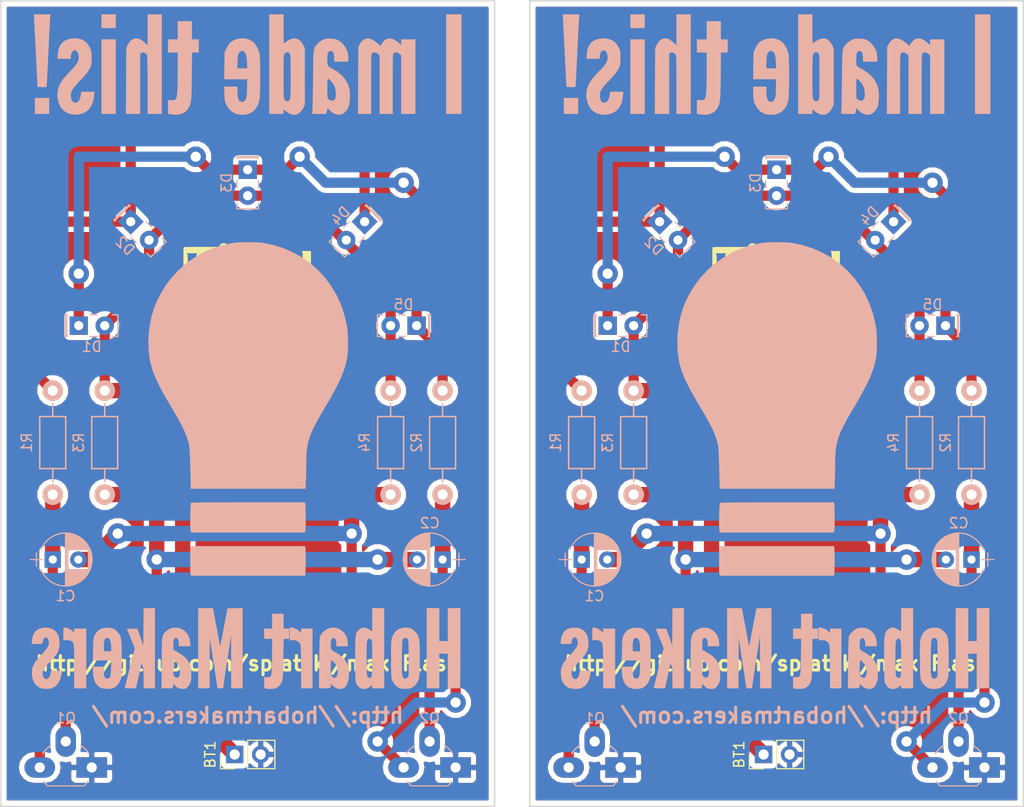
<source format=kicad_pcb>
(kicad_pcb (version 4) (host pcbnew 4.0.4-stable)
  (layers (0 F.Cu signal) (31 B.Cu signal) (34 B.Paste user) (35 F.Paste user) (36 B.SilkS user) (37 F.SilkS user) (38 B.Mask user) (39 F.Mask user) (44 Edge.Cuts user))
  (net 0 "")
  (net 1 "Net-(D1-Pad1)")
  (net 2 +9V)
  (net 3 "Net-(D2-Pad1)")
  (net 4 "Net-(C2-Pad2)")
  (net 5 GND)
  (net 6 "Net-(C1-Pad1)")
  (net 7 "Net-(C1-Pad2)")
  (net 8 "Net-(C2-Pad1)")
  (module LEDs:LED_Rectangular_W5.0mm_H2.0mm (layer B.Cu) (at 125.35202 120.64584 315)
    (fp_text reference D2 (at 1.270001 2.06 315) (layer B.SilkS) (effects (justify mirror)))
    (fp_text value LED)
    (pad 1 thru_hole rect (at 0 0 315) (size 1.8 1.8) (drill 0.9) (layers *.Cu *.Mask) (net 3 "Net-(D2-Pad1)"))
    (pad 2 thru_hole circle (at 2.54 0 315) (size 1.8 1.8) (drill 0.9) (layers *.Cu *.Mask) (net 2 +9V))
  )
  (module LEDs:LED_Rectangular_W5.0mm_H2.0mm (layer B.Cu) (at 148.21202 120.64584 225)
    (fp_text reference D4 (at 1.270001 2.06 225) (layer B.SilkS) (effects (justify mirror)))
    (fp_text value LED)
    (pad 1 thru_hole rect (at 0 0 225) (size 1.8 1.8) (drill 0.9) (layers *.Cu *.Mask) (net 3 "Net-(D2-Pad1)"))
    (pad 2 thru_hole circle (at 2.54 0 225) (size 1.8 1.8) (drill 0.9) (layers *.Cu *.Mask) (net 2 +9V))
  )
  (module LEDs:LED_Rectangular_W5.0mm_H2.0mm (layer B.Cu) (at 120.27202 130.80584)
    (fp_text reference D1 (at 1.27 2.06) (layer B.SilkS) (effects (justify mirror)))
    (fp_text value LED)
    (pad 1 thru_hole rect (at 0 0) (size 1.8 1.8) (drill 0.9) (layers *.Cu *.Mask) (net 1 "Net-(D1-Pad1)"))
    (pad 2 thru_hole circle (at 2.54 0) (size 1.8 1.8) (drill 0.9) (layers *.Cu *.Mask) (net 2 +9V))
  )
  (module LEDs:LED_Rectangular_W5.0mm_H2.0mm (layer B.Cu) (at 136.78202 115.56584 270)
    (fp_text reference D3 (at 1.27 2.06 270) (layer B.SilkS) (effects (justify mirror)))
    (fp_text value LED)
    (pad 1 thru_hole rect (at 0 0 270) (size 1.8 1.8) (drill 0.9) (layers *.Cu *.Mask) (net 1 "Net-(D1-Pad1)"))
    (pad 2 thru_hole circle (at 2.54 0 270) (size 1.8 1.8) (drill 0.9) (layers *.Cu *.Mask) (net 2 +9V))
  )
  (module LEDs:LED_Rectangular_W5.0mm_H2.0mm (layer B.Cu) (at 153.29202 130.80584 180)
    (fp_text reference D5 (at 1.27 2.06 180) (layer B.SilkS) (effects (justify mirror)))
    (fp_text value LED)
    (pad 1 thru_hole rect (at 0 0 180) (size 1.8 1.8) (drill 0.9) (layers *.Cu *.Mask) (net 1 "Net-(D1-Pad1)"))
    (pad 2 thru_hole circle (at 2.54 0 180) (size 1.8 1.8) (drill 0.9) (layers *.Cu *.Mask) (net 2 +9V))
  )
  (module TO_SOT_Packages_THT:TO-92_Rugged (layer B.Cu) (at 121.54202 173.98584 180)
    (fp_text reference Q1 (at 2.54 4.826 180) (layer B.SilkS) (effects (justify mirror)))
    (fp_text value 2N3904)
    (pad 2 thru_hole oval (at 2.54 2.54 90) (size 3 2) (drill 1) (layers *.Cu *.Mask) (net 4 "Net-(C2-Pad2)"))
    (pad 1 thru_hole rect (at 0 0 90) (size 2 3) (drill 1) (layers *.Cu *.Mask) (net 5 GND))
    (pad 3 thru_hole oval (at 5.08 0 90) (size 2 3) (drill 1) (layers *.Cu *.Mask) (net 6 "Net-(C1-Pad1)"))
  )
  (module TO_SOT_Packages_THT:TO-92_Rugged (layer B.Cu) (at 157.10202 173.98584 180)
    (fp_text reference Q2 (at 2.54 4.826 180) (layer B.SilkS) (effects (justify mirror)))
    (fp_text value 2N3904)
    (pad 2 thru_hole oval (at 2.54 2.54 90) (size 3 2) (drill 1) (layers *.Cu *.Mask) (net 7 "Net-(C1-Pad2)"))
    (pad 1 thru_hole rect (at 0 0 90) (size 2 3) (drill 1) (layers *.Cu *.Mask) (net 5 GND))
    (pad 3 thru_hole oval (at 5.08 0 90) (size 2 3) (drill 1) (layers *.Cu *.Mask) (net 8 "Net-(C2-Pad1)"))
  )
  (module Resistors_THT:Resistor_Horizontal_RM10mm (layer B.Cu) (at 117.73202 137.15584 270)
    (fp_text reference R1 (at 5.08 2.54 270) (layer B.SilkS) (effects (justify mirror)))
    (fp_text value 470)
    (pad 1 thru_hole circle (at 0 0 270) (size 1.99898 1.99898) (drill 1.00076) (layers *.Cu *.SilkS *.Mask) (net 3 "Net-(D2-Pad1)"))
    (pad 2 thru_hole circle (at 10.16 0 270) (size 1.99898 1.99898) (drill 1.00076) (layers *.Cu *.SilkS *.Mask) (net 6 "Net-(C1-Pad1)"))
  )
  (module Resistors_THT:Resistor_Horizontal_RM10mm (layer B.Cu) (at 155.83202 137.15584 270)
    (fp_text reference R2 (at 5.08 2.54 270) (layer B.SilkS) (effects (justify mirror)))
    (fp_text value 470)
    (pad 1 thru_hole circle (at 0 0 270) (size 1.99898 1.99898) (drill 1.00076) (layers *.Cu *.SilkS *.Mask) (net 1 "Net-(D1-Pad1)"))
    (pad 2 thru_hole circle (at 10.16 0 270) (size 1.99898 1.99898) (drill 1.00076) (layers *.Cu *.SilkS *.Mask) (net 8 "Net-(C2-Pad1)"))
  )
  (module Resistors_THT:Resistor_Horizontal_RM10mm (layer B.Cu) (at 122.81202 137.15584 270)
    (fp_text reference R3 (at 5.08 2.54 270) (layer B.SilkS) (effects (justify mirror)))
    (fp_text value 100k)
    (pad 1 thru_hole circle (at 0 0 270) (size 1.99898 1.99898) (drill 1.00076) (layers *.Cu *.SilkS *.Mask) (net 2 +9V))
    (pad 2 thru_hole circle (at 10.16 0 270) (size 1.99898 1.99898) (drill 1.00076) (layers *.Cu *.SilkS *.Mask) (net 4 "Net-(C2-Pad2)"))
  )
  (module Resistors_THT:Resistor_Horizontal_RM10mm (layer B.Cu) (at 150.75202 137.15584 270)
    (fp_text reference R4 (at 5.08 2.54 270) (layer B.SilkS) (effects (justify mirror)))
    (fp_text value 100k)
    (pad 1 thru_hole circle (at 0 0 270) (size 1.99898 1.99898) (drill 1.00076) (layers *.Cu *.SilkS *.Mask) (net 2 +9V))
    (pad 2 thru_hole circle (at 10.16 0 270) (size 1.99898 1.99898) (drill 1.00076) (layers *.Cu *.SilkS *.Mask) (net 7 "Net-(C1-Pad2)"))
  )
  (module Capacitors_ThroughHole:CP_Radial_D5.0mm_P2.50mm (layer B.Cu) (at 117.73202 153.66584)
    (fp_text reference C1 (at 1.25 3.56) (layer B.SilkS) (effects (justify mirror)))
    (fp_text value 10uF)
    (pad 1 thru_hole rect (at 0 0) (size 1.6 1.6) (drill 0.8) (layers *.Cu *.Mask) (net 6 "Net-(C1-Pad1)"))
    (pad 2 thru_hole circle (at 2.5 0) (size 1.6 1.6) (drill 0.8) (layers *.Cu *.Mask) (net 7 "Net-(C1-Pad2)"))
  )
  (module Capacitors_ThroughHole:CP_Radial_D5.0mm_P2.50mm (layer B.Cu) (at 155.83202 153.66584 180)
    (fp_text reference C2 (at 1.25 3.56 180) (layer B.SilkS) (effects (justify mirror)))
    (fp_text value 10uF)
    (pad 1 thru_hole rect (at 0 0 180) (size 1.6 1.6) (drill 0.8) (layers *.Cu *.Mask) (net 8 "Net-(C2-Pad1)"))
    (pad 2 thru_hole circle (at 2.5 0 180) (size 1.6 1.6) (drill 0.8) (layers *.Cu *.Mask) (net 4 "Net-(C2-Pad2)"))
  )
  (module HobartMakers:hm-logo-no-rectanges (layer B.Cu) (at 136.78202 133.34584 180)
    (fp_text reference G*** hide)
    (fp_text value LOGO hide)
  )
  (module Pin_Headers:Pin_Header_Straight_1x02_Pitch2.54mm (layer F.Cu) (at 135.51202 172.71584 90)
    (fp_text reference BT1 (at 0 -2.39 90) (layer F.SilkS))
    (fp_text value "9V Battery")
    (pad 1 thru_hole rect (at 0 0 90) (size 1.7 1.7) (drill 1) (layers *.Cu *.Mask) (net 2 +9V))
    (pad 2 thru_hole oval (at 0 2.54 90) (size 1.7 1.7) (drill 1) (layers *.Cu *.Mask) (net 5 GND))
  )
  (module Symbols:KiCad-Logo2_6mm_SilkScreen (layer F.Cu) (at 136.78202 125.72584)
    (fp_text reference KiCadLogo hide)
    (fp_text value KiCad-Logo2_6mm_SilkScreen hide)
  )
  (module Symbols:OSHW-Logo2_9.8x8mm_SilkScreen (layer F.Cu) (at 136.78202 139.69584)
    (fp_text reference REF*** hide)
    (fp_text value OSHW-Logo2_9.8x8mm_SilkScreen hide)
  )
  (module LEDs:LED_Rectangular_W5.0mm_H2.0mm (layer B.Cu) (at 73.66136 120.64402 315)
    (fp_text reference D2 (at 1.270001 2.06 315) (layer B.SilkS) (effects (justify mirror)))
    (fp_text value LED)
    (pad 1 thru_hole rect (at 0 0 315) (size 1.8 1.8) (drill 0.9) (layers *.Cu *.Mask) (net 3 "Net-(D2-Pad1)"))
    (pad 2 thru_hole circle (at 2.54 0 315) (size 1.8 1.8) (drill 0.9) (layers *.Cu *.Mask) (net 2 +9V))
  )
  (module LEDs:LED_Rectangular_W5.0mm_H2.0mm (layer B.Cu) (at 96.52136 120.64402 225)
    (fp_text reference D4 (at 1.270001 2.06 225) (layer B.SilkS) (effects (justify mirror)))
    (fp_text value LED)
    (pad 1 thru_hole rect (at 0 0 225) (size 1.8 1.8) (drill 0.9) (layers *.Cu *.Mask) (net 3 "Net-(D2-Pad1)"))
    (pad 2 thru_hole circle (at 2.54 0 225) (size 1.8 1.8) (drill 0.9) (layers *.Cu *.Mask) (net 2 +9V))
  )
  (module LEDs:LED_Rectangular_W5.0mm_H2.0mm (layer B.Cu) (at 68.58136 130.80402)
    (fp_text reference D1 (at 1.27 2.06) (layer B.SilkS) (effects (justify mirror)))
    (fp_text value LED)
    (pad 1 thru_hole rect (at 0 0) (size 1.8 1.8) (drill 0.9) (layers *.Cu *.Mask) (net 1 "Net-(D1-Pad1)"))
    (pad 2 thru_hole circle (at 2.54 0) (size 1.8 1.8) (drill 0.9) (layers *.Cu *.Mask) (net 2 +9V))
  )
  (module LEDs:LED_Rectangular_W5.0mm_H2.0mm (layer B.Cu) (at 85.09136 115.56402 270)
    (fp_text reference D3 (at 1.27 2.06 270) (layer B.SilkS) (effects (justify mirror)))
    (fp_text value LED)
    (pad 1 thru_hole rect (at 0 0 270) (size 1.8 1.8) (drill 0.9) (layers *.Cu *.Mask) (net 1 "Net-(D1-Pad1)"))
    (pad 2 thru_hole circle (at 2.54 0 270) (size 1.8 1.8) (drill 0.9) (layers *.Cu *.Mask) (net 2 +9V))
  )
  (module LEDs:LED_Rectangular_W5.0mm_H2.0mm (layer B.Cu) (at 101.60136 130.80402 180)
    (fp_text reference D5 (at 1.27 2.06 180) (layer B.SilkS) (effects (justify mirror)))
    (fp_text value LED)
    (pad 1 thru_hole rect (at 0 0 180) (size 1.8 1.8) (drill 0.9) (layers *.Cu *.Mask) (net 1 "Net-(D1-Pad1)"))
    (pad 2 thru_hole circle (at 2.54 0 180) (size 1.8 1.8) (drill 0.9) (layers *.Cu *.Mask) (net 2 +9V))
  )
  (module TO_SOT_Packages_THT:TO-92_Rugged (layer B.Cu) (at 69.85136 173.98402 180)
    (fp_text reference Q1 (at 2.54 4.826 180) (layer B.SilkS) (effects (justify mirror)))
    (fp_text value 2N3904)
    (pad 2 thru_hole oval (at 2.54 2.54 90) (size 3 2) (drill 1) (layers *.Cu *.Mask) (net 4 "Net-(C2-Pad2)"))
    (pad 1 thru_hole rect (at 0 0 90) (size 2 3) (drill 1) (layers *.Cu *.Mask) (net 5 GND))
    (pad 3 thru_hole oval (at 5.08 0 90) (size 2 3) (drill 1) (layers *.Cu *.Mask) (net 6 "Net-(C1-Pad1)"))
  )
  (module TO_SOT_Packages_THT:TO-92_Rugged (layer B.Cu) (at 105.41136 173.98402 180)
    (fp_text reference Q2 (at 2.54 4.826 180) (layer B.SilkS) (effects (justify mirror)))
    (fp_text value 2N3904)
    (pad 2 thru_hole oval (at 2.54 2.54 90) (size 3 2) (drill 1) (layers *.Cu *.Mask) (net 7 "Net-(C1-Pad2)"))
    (pad 1 thru_hole rect (at 0 0 90) (size 2 3) (drill 1) (layers *.Cu *.Mask) (net 5 GND))
    (pad 3 thru_hole oval (at 5.08 0 90) (size 2 3) (drill 1) (layers *.Cu *.Mask) (net 8 "Net-(C2-Pad1)"))
  )
  (module Resistors_THT:Resistor_Horizontal_RM10mm (layer B.Cu) (at 66.04136 137.15402 270)
    (fp_text reference R1 (at 5.08 2.54 270) (layer B.SilkS) (effects (justify mirror)))
    (fp_text value 470)
    (pad 1 thru_hole circle (at 0 0 270) (size 1.99898 1.99898) (drill 1.00076) (layers *.Cu *.SilkS *.Mask) (net 3 "Net-(D2-Pad1)"))
    (pad 2 thru_hole circle (at 10.16 0 270) (size 1.99898 1.99898) (drill 1.00076) (layers *.Cu *.SilkS *.Mask) (net 6 "Net-(C1-Pad1)"))
  )
  (module Resistors_THT:Resistor_Horizontal_RM10mm (layer B.Cu) (at 104.14136 137.15402 270)
    (fp_text reference R2 (at 5.08 2.54 270) (layer B.SilkS) (effects (justify mirror)))
    (fp_text value 470)
    (pad 1 thru_hole circle (at 0 0 270) (size 1.99898 1.99898) (drill 1.00076) (layers *.Cu *.SilkS *.Mask) (net 1 "Net-(D1-Pad1)"))
    (pad 2 thru_hole circle (at 10.16 0 270) (size 1.99898 1.99898) (drill 1.00076) (layers *.Cu *.SilkS *.Mask) (net 8 "Net-(C2-Pad1)"))
  )
  (module Resistors_THT:Resistor_Horizontal_RM10mm (layer B.Cu) (at 71.12136 137.15402 270)
    (fp_text reference R3 (at 5.08 2.54 270) (layer B.SilkS) (effects (justify mirror)))
    (fp_text value 100k)
    (pad 1 thru_hole circle (at 0 0 270) (size 1.99898 1.99898) (drill 1.00076) (layers *.Cu *.SilkS *.Mask) (net 2 +9V))
    (pad 2 thru_hole circle (at 10.16 0 270) (size 1.99898 1.99898) (drill 1.00076) (layers *.Cu *.SilkS *.Mask) (net 4 "Net-(C2-Pad2)"))
  )
  (module Resistors_THT:Resistor_Horizontal_RM10mm (layer B.Cu) (at 99.06136 137.15402 270)
    (fp_text reference R4 (at 5.08 2.54 270) (layer B.SilkS) (effects (justify mirror)))
    (fp_text value 100k)
    (pad 1 thru_hole circle (at 0 0 270) (size 1.99898 1.99898) (drill 1.00076) (layers *.Cu *.SilkS *.Mask) (net 2 +9V))
    (pad 2 thru_hole circle (at 10.16 0 270) (size 1.99898 1.99898) (drill 1.00076) (layers *.Cu *.SilkS *.Mask) (net 7 "Net-(C1-Pad2)"))
  )
  (module Capacitors_ThroughHole:CP_Radial_D5.0mm_P2.50mm (layer B.Cu) (at 66.04136 153.66402)
    (fp_text reference C1 (at 1.25 3.56) (layer B.SilkS) (effects (justify mirror)))
    (fp_text value 10uF)
    (pad 1 thru_hole rect (at 0 0) (size 1.6 1.6) (drill 0.8) (layers *.Cu *.Mask) (net 6 "Net-(C1-Pad1)"))
    (pad 2 thru_hole circle (at 2.5 0) (size 1.6 1.6) (drill 0.8) (layers *.Cu *.Mask) (net 7 "Net-(C1-Pad2)"))
  )
  (module Capacitors_ThroughHole:CP_Radial_D5.0mm_P2.50mm (layer B.Cu) (at 104.14136 153.66402 180)
    (fp_text reference C2 (at 1.25 3.56 180) (layer B.SilkS) (effects (justify mirror)))
    (fp_text value 10uF)
    (pad 1 thru_hole rect (at 0 0 180) (size 1.6 1.6) (drill 0.8) (layers *.Cu *.Mask) (net 8 "Net-(C2-Pad1)"))
    (pad 2 thru_hole circle (at 2.5 0 180) (size 1.6 1.6) (drill 0.8) (layers *.Cu *.Mask) (net 4 "Net-(C2-Pad2)"))
  )
  (module HobartMakers:hm-logo-no-rectanges (layer B.Cu) (at 85.09136 133.34402 180)
    (fp_text reference G*** hide)
    (fp_text value LOGO hide)
  )
  (module Pin_Headers:Pin_Header_Straight_1x02_Pitch2.54mm (layer F.Cu) (at 83.82136 172.71402 90)
    (fp_text reference BT1 (at 0 -2.39 90) (layer F.SilkS))
    (fp_text value "9V Battery")
    (pad 1 thru_hole rect (at 0 0 90) (size 1.7 1.7) (drill 1) (layers *.Cu *.Mask) (net 2 +9V))
    (pad 2 thru_hole oval (at 0 2.54 90) (size 1.7 1.7) (drill 1) (layers *.Cu *.Mask) (net 5 GND))
  )
  (module Symbols:KiCad-Logo2_6mm_SilkScreen (layer F.Cu) (at 85.09136 125.72402)
    (fp_text reference KiCadLogo hide)
    (fp_text value KiCad-Logo2_6mm_SilkScreen hide)
  )
  (module Symbols:OSHW-Logo2_9.8x8mm_SilkScreen (layer F.Cu) (at 85.09136 139.69402)
    (fp_text reference REF*** hide)
    (fp_text value OSHW-Logo2_9.8x8mm_SilkScreen hide)
  )
  (gr_text http://github.com/splatski/makeFlash (at 136.78202 163.82584) (layer F.SilkS) (effects (font (size 1.4 1.4) (thickness 0.3))))
  (gr_line (start 112.65202 99.05584) (end 112.65202 177.79584) (angle 90) (layer Edge.Cuts) (width 0.15))
  (gr_line (start 160.91202 99.05584) (end 112.65202 99.05584) (angle 90) (layer Edge.Cuts) (width 0.15))
  (gr_line (start 160.91202 177.79584) (end 160.91202 99.05584) (angle 90) (layer Edge.Cuts) (width 0.15))
  (gr_line (start 112.65202 177.79584) (end 160.91202 177.79584) (angle 90) (layer Edge.Cuts) (width 0.15))
  (gr_text http://hobartmakers.com/ (at 136.78202 168.90584) (layer B.SilkS) (effects (font (size 1.5 1.5) (thickness 0.3)) (justify mirror)))
  (gr_text http://github.com/splatski/makeFlash (at 85.09136 163.82402) (layer F.SilkS) (effects (font (size 1.4 1.4) (thickness 0.3))))
  (gr_line (start 60.96136 99.05402) (end 60.96136 177.79402) (angle 90) (layer Edge.Cuts) (width 0.15))
  (gr_line (start 109.22136 99.05402) (end 60.96136 99.05402) (angle 90) (layer Edge.Cuts) (width 0.15))
  (gr_line (start 109.22136 177.79402) (end 109.22136 99.05402) (angle 90) (layer Edge.Cuts) (width 0.15))
  (gr_line (start 60.96136 177.79402) (end 109.22136 177.79402) (angle 90) (layer Edge.Cuts) (width 0.15))
  (gr_text http://hobartmakers.com/ (at 85.09136 168.90402) (layer B.SilkS) (effects (font (size 1.5 1.5) (thickness 0.3)) (justify mirror)))
  (segment (start 136.78202 115.56584) (end 140.59202 115.56584) (width 1) (layer F.Cu) (net 1))
  (segment (start 153.29202 118.10584) (end 153.29202 130.80584) (width 1) (layer F.Cu) (net 1))
  (segment (start 152.02202 116.83584) (end 153.29202 118.10584) (width 1) (layer F.Cu) (net 1))
  (via (at 152.02202 116.83584) (size 2) (drill 1) (layers F.Cu B.Cu) (net 1))
  (segment (start 144.40202 116.83584) (end 152.02202 116.83584) (width 1) (layer B.Cu) (net 1))
  (segment (start 141.86202 114.29584) (end 144.40202 116.83584) (width 1) (layer B.Cu) (net 1))
  (via (at 141.86202 114.29584) (size 2) (drill 1) (layers F.Cu B.Cu) (net 1))
  (segment (start 140.59202 115.56584) (end 141.86202 114.29584) (width 1) (layer F.Cu) (net 1))
  (segment (start 120.27202 130.80584) (end 120.27202 125.72584) (width 1) (layer F.Cu) (net 1))
  (segment (start 132.97202 115.56584) (end 136.78202 115.56584) (width 1) (layer F.Cu) (net 1))
  (segment (start 131.70202 114.29584) (end 132.97202 115.56584) (width 1) (layer F.Cu) (net 1))
  (via (at 131.70202 114.29584) (size 2) (drill 1) (layers F.Cu B.Cu) (net 1))
  (segment (start 120.27202 114.29584) (end 131.70202 114.29584) (width 1) (layer B.Cu) (net 1))
  (segment (start 120.27202 125.72584) (end 120.27202 114.29584) (width 1) (layer B.Cu) (net 1))
  (via (at 120.27202 125.72584) (size 2) (drill 1) (layers F.Cu B.Cu) (net 1))
  (segment (start 153.29202 130.80584) (end 155.83202 133.34584) (width 1) (layer F.Cu) (net 1))
  (segment (start 155.83202 133.34584) (end 155.83202 137.15584) (width 1) (layer F.Cu) (net 1))
  (segment (start 85.09136 115.56402) (end 88.90136 115.56402) (width 1) (layer F.Cu) (net 1))
  (segment (start 101.60136 118.10402) (end 101.60136 130.80402) (width 1) (layer F.Cu) (net 1))
  (segment (start 100.33136 116.83402) (end 101.60136 118.10402) (width 1) (layer F.Cu) (net 1))
  (via (at 100.33136 116.83402) (size 2) (drill 1) (layers F.Cu B.Cu) (net 1))
  (segment (start 92.71136 116.83402) (end 100.33136 116.83402) (width 1) (layer B.Cu) (net 1))
  (segment (start 90.17136 114.29402) (end 92.71136 116.83402) (width 1) (layer B.Cu) (net 1))
  (via (at 90.17136 114.29402) (size 2) (drill 1) (layers F.Cu B.Cu) (net 1))
  (segment (start 88.90136 115.56402) (end 90.17136 114.29402) (width 1) (layer F.Cu) (net 1))
  (segment (start 68.58136 130.80402) (end 68.58136 125.72402) (width 1) (layer F.Cu) (net 1))
  (segment (start 81.28136 115.56402) (end 85.09136 115.56402) (width 1) (layer F.Cu) (net 1))
  (segment (start 80.01136 114.29402) (end 81.28136 115.56402) (width 1) (layer F.Cu) (net 1))
  (via (at 80.01136 114.29402) (size 2) (drill 1) (layers F.Cu B.Cu) (net 1))
  (segment (start 68.58136 114.29402) (end 80.01136 114.29402) (width 1) (layer B.Cu) (net 1))
  (segment (start 68.58136 125.72402) (end 68.58136 114.29402) (width 1) (layer B.Cu) (net 1))
  (via (at 68.58136 125.72402) (size 2) (drill 1) (layers F.Cu B.Cu) (net 1))
  (segment (start 101.60136 130.80402) (end 104.14136 133.34402) (width 1) (layer F.Cu) (net 1))
  (segment (start 104.14136 133.34402) (end 104.14136 137.15402) (width 1) (layer F.Cu) (net 1))
  (segment (start 136.78202 118.10584) (end 131.484122 118.10584) (width 1) (layer F.Cu) (net 2))
  (segment (start 131.484122 118.10584) (end 127.148071 122.441891) (width 1) (layer F.Cu) (net 2))
  (segment (start 146.415969 122.441891) (end 146.198071 122.441891) (width 1) (layer F.Cu) (net 2))
  (segment (start 146.198071 122.441891) (end 141.86202 118.10584) (width 1) (layer F.Cu) (net 2))
  (segment (start 141.86202 118.10584) (end 136.78202 118.10584) (width 1) (layer F.Cu) (net 2))
  (segment (start 150.75202 137.15584) (end 150.75202 130.80584) (width 1) (layer F.Cu) (net 2))
  (segment (start 150.75202 130.80584) (end 150.75202 126.99584) (width 1) (layer F.Cu) (net 2))
  (segment (start 150.75202 126.99584) (end 146.415969 122.659789) (width 1) (layer F.Cu) (net 2))
  (segment (start 146.415969 122.659789) (end 146.415969 122.441891) (width 1) (layer F.Cu) (net 2))
  (segment (start 122.81202 137.15584) (end 122.81202 130.80584) (width 1) (layer F.Cu) (net 2))
  (segment (start 122.81202 130.80584) (end 127.148071 126.469789) (width 1) (layer F.Cu) (net 2))
  (segment (start 127.148071 126.469789) (end 127.148071 122.441891) (width 1) (layer F.Cu) (net 2))
  (segment (start 122.81202 137.15584) (end 129.16202 137.15584) (width 1.5) (layer F.Cu) (net 2))
  (segment (start 130.43202 167.63584) (end 135.51202 172.71584) (width 1.5) (layer F.Cu) (net 2))
  (segment (start 130.43202 138.42584) (end 130.43202 167.63584) (width 1.5) (layer F.Cu) (net 2))
  (segment (start 129.16202 137.15584) (end 130.43202 138.42584) (width 1.5) (layer F.Cu) (net 2))
  (segment (start 85.09136 118.10402) (end 79.793462 118.10402) (width 1) (layer F.Cu) (net 2))
  (segment (start 79.793462 118.10402) (end 75.457411 122.440071) (width 1) (layer F.Cu) (net 2))
  (segment (start 94.725309 122.440071) (end 94.507411 122.440071) (width 1) (layer F.Cu) (net 2))
  (segment (start 94.507411 122.440071) (end 90.17136 118.10402) (width 1) (layer F.Cu) (net 2))
  (segment (start 90.17136 118.10402) (end 85.09136 118.10402) (width 1) (layer F.Cu) (net 2))
  (segment (start 99.06136 137.15402) (end 99.06136 130.80402) (width 1) (layer F.Cu) (net 2))
  (segment (start 99.06136 130.80402) (end 99.06136 126.99402) (width 1) (layer F.Cu) (net 2))
  (segment (start 99.06136 126.99402) (end 94.725309 122.657969) (width 1) (layer F.Cu) (net 2))
  (segment (start 94.725309 122.657969) (end 94.725309 122.440071) (width 1) (layer F.Cu) (net 2))
  (segment (start 71.12136 137.15402) (end 71.12136 130.80402) (width 1) (layer F.Cu) (net 2))
  (segment (start 71.12136 130.80402) (end 75.457411 126.467969) (width 1) (layer F.Cu) (net 2))
  (segment (start 75.457411 126.467969) (end 75.457411 122.440071) (width 1) (layer F.Cu) (net 2))
  (segment (start 71.12136 137.15402) (end 77.47136 137.15402) (width 1.5) (layer F.Cu) (net 2))
  (segment (start 78.74136 167.63402) (end 83.82136 172.71402) (width 1.5) (layer F.Cu) (net 2))
  (segment (start 78.74136 138.42402) (end 78.74136 167.63402) (width 1.5) (layer F.Cu) (net 2))
  (segment (start 77.47136 137.15402) (end 78.74136 138.42402) (width 1.5) (layer F.Cu) (net 2))
  (segment (start 117.73202 137.15584) (end 116.46202 135.88584) (width 1) (layer F.Cu) (net 3))
  (segment (start 117.73202 120.64584) (end 125.35202 120.64584) (width 1) (layer F.Cu) (net 3))
  (segment (start 116.46202 121.91584) (end 117.73202 120.64584) (width 1) (layer F.Cu) (net 3))
  (segment (start 116.46202 135.88584) (end 116.46202 121.91584) (width 1) (layer F.Cu) (net 3))
  (segment (start 125.35202 120.64584) (end 125.35202 113.02584) (width 1) (layer F.Cu) (net 3))
  (segment (start 125.35202 113.02584) (end 131.70202 106.67584) (width 1) (layer F.Cu) (net 3))
  (segment (start 131.70202 106.67584) (end 143.13202 106.67584) (width 1) (layer F.Cu) (net 3))
  (segment (start 143.13202 106.67584) (end 148.21202 111.75584) (width 1) (layer F.Cu) (net 3))
  (segment (start 148.21202 111.75584) (end 148.21202 120.64584) (width 1) (layer F.Cu) (net 3))
  (segment (start 66.04136 137.15402) (end 64.77136 135.88402) (width 1) (layer F.Cu) (net 3))
  (segment (start 66.04136 120.64402) (end 73.66136 120.64402) (width 1) (layer F.Cu) (net 3))
  (segment (start 64.77136 121.91402) (end 66.04136 120.64402) (width 1) (layer F.Cu) (net 3))
  (segment (start 64.77136 135.88402) (end 64.77136 121.91402) (width 1) (layer F.Cu) (net 3))
  (segment (start 73.66136 120.64402) (end 73.66136 113.02402) (width 1) (layer F.Cu) (net 3))
  (segment (start 73.66136 113.02402) (end 80.01136 106.67402) (width 1) (layer F.Cu) (net 3))
  (segment (start 80.01136 106.67402) (end 91.44136 106.67402) (width 1) (layer F.Cu) (net 3))
  (segment (start 91.44136 106.67402) (end 96.52136 111.75402) (width 1) (layer F.Cu) (net 3))
  (segment (start 96.52136 111.75402) (end 96.52136 120.64402) (width 1) (layer F.Cu) (net 3))
  (segment (start 119.00202 171.44584) (end 119.00202 167.63584) (width 1) (layer F.Cu) (net 4))
  (segment (start 127.89202 158.74584) (end 127.89202 153.66584) (width 1) (layer F.Cu) (net 4))
  (segment (start 119.00202 167.63584) (end 127.89202 158.74584) (width 1) (layer F.Cu) (net 4))
  (segment (start 153.33202 153.66584) (end 149.48202 153.66584) (width 1.5) (layer F.Cu) (net 4))
  (via (at 127.89202 153.66584) (size 2) (drill 1) (layers F.Cu B.Cu) (net 4))
  (segment (start 149.48202 153.66584) (end 127.89202 153.66584) (width 1.5) (layer B.Cu) (net 4))
  (via (at 149.48202 153.66584) (size 2) (drill 1) (layers F.Cu B.Cu) (net 4))
  (segment (start 122.81202 147.31584) (end 126.62202 147.31584) (width 1.5) (layer F.Cu) (net 4))
  (segment (start 127.89202 148.58584) (end 127.89202 153.66584) (width 1.5) (layer F.Cu) (net 4))
  (segment (start 126.62202 147.31584) (end 127.89202 148.58584) (width 1.5) (layer F.Cu) (net 4))
  (segment (start 67.31136 171.44402) (end 67.31136 167.63402) (width 1) (layer F.Cu) (net 4))
  (segment (start 76.20136 158.74402) (end 76.20136 153.66402) (width 1) (layer F.Cu) (net 4))
  (segment (start 67.31136 167.63402) (end 76.20136 158.74402) (width 1) (layer F.Cu) (net 4))
  (segment (start 101.64136 153.66402) (end 97.79136 153.66402) (width 1.5) (layer F.Cu) (net 4))
  (via (at 76.20136 153.66402) (size 2) (drill 1) (layers F.Cu B.Cu) (net 4))
  (segment (start 97.79136 153.66402) (end 76.20136 153.66402) (width 1.5) (layer B.Cu) (net 4))
  (via (at 97.79136 153.66402) (size 2) (drill 1) (layers F.Cu B.Cu) (net 4))
  (segment (start 71.12136 147.31402) (end 74.93136 147.31402) (width 1.5) (layer F.Cu) (net 4))
  (segment (start 76.20136 148.58402) (end 76.20136 153.66402) (width 1.5) (layer F.Cu) (net 4))
  (segment (start 74.93136 147.31402) (end 76.20136 148.58402) (width 1.5) (layer F.Cu) (net 4))
  (segment (start 117.73202 153.66584) (end 117.73202 165.09584) (width 1) (layer F.Cu) (net 6))
  (segment (start 116.46202 166.36584) (end 116.46202 173.98584) (width 1) (layer F.Cu) (net 6))
  (segment (start 117.73202 165.09584) (end 116.46202 166.36584) (width 1) (layer F.Cu) (net 6))
  (segment (start 117.73202 153.66584) (end 117.73202 147.31584) (width 1.5) (layer F.Cu) (net 6))
  (segment (start 66.04136 153.66402) (end 66.04136 165.09402) (width 1) (layer F.Cu) (net 6))
  (segment (start 64.77136 166.36402) (end 64.77136 173.98402) (width 1) (layer F.Cu) (net 6))
  (segment (start 66.04136 165.09402) (end 64.77136 166.36402) (width 1) (layer F.Cu) (net 6))
  (segment (start 66.04136 153.66402) (end 66.04136 147.31402) (width 1.5) (layer F.Cu) (net 6))
  (segment (start 154.56202 171.44584) (end 154.56202 165.09584) (width 1) (layer F.Cu) (net 7))
  (segment (start 146.94202 157.47584) (end 146.94202 151.12584) (width 1) (layer F.Cu) (net 7))
  (segment (start 154.56202 165.09584) (end 146.94202 157.47584) (width 1) (layer F.Cu) (net 7))
  (segment (start 120.23202 153.66584) (end 121.54202 153.66584) (width 1.5) (layer F.Cu) (net 7))
  (via (at 146.94202 151.12584) (size 2) (drill 1) (layers F.Cu B.Cu) (net 7))
  (segment (start 124.08202 151.12584) (end 146.94202 151.12584) (width 1.5) (layer B.Cu) (net 7))
  (via (at 124.08202 151.12584) (size 2) (drill 1) (layers F.Cu B.Cu) (net 7))
  (segment (start 121.54202 153.66584) (end 124.08202 151.12584) (width 1.5) (layer F.Cu) (net 7))
  (segment (start 150.75202 147.31584) (end 148.21202 147.31584) (width 1.5) (layer F.Cu) (net 7))
  (segment (start 146.94202 148.58584) (end 146.94202 151.12584) (width 1.5) (layer F.Cu) (net 7))
  (segment (start 148.21202 147.31584) (end 146.94202 148.58584) (width 1.5) (layer F.Cu) (net 7))
  (segment (start 102.87136 171.44402) (end 102.87136 165.09402) (width 1) (layer F.Cu) (net 7))
  (segment (start 95.25136 157.47402) (end 95.25136 151.12402) (width 1) (layer F.Cu) (net 7))
  (segment (start 102.87136 165.09402) (end 95.25136 157.47402) (width 1) (layer F.Cu) (net 7))
  (segment (start 68.54136 153.66402) (end 69.85136 153.66402) (width 1.5) (layer F.Cu) (net 7))
  (via (at 95.25136 151.12402) (size 2) (drill 1) (layers F.Cu B.Cu) (net 7))
  (segment (start 72.39136 151.12402) (end 95.25136 151.12402) (width 1.5) (layer B.Cu) (net 7))
  (via (at 72.39136 151.12402) (size 2) (drill 1) (layers F.Cu B.Cu) (net 7))
  (segment (start 69.85136 153.66402) (end 72.39136 151.12402) (width 1.5) (layer F.Cu) (net 7))
  (segment (start 99.06136 147.31402) (end 96.52136 147.31402) (width 1.5) (layer F.Cu) (net 7))
  (segment (start 95.25136 148.58402) (end 95.25136 151.12402) (width 1.5) (layer F.Cu) (net 7))
  (segment (start 96.52136 147.31402) (end 95.25136 148.58402) (width 1.5) (layer F.Cu) (net 7))
  (segment (start 152.02202 173.98584) (end 149.48202 171.44584) (width 1) (layer F.Cu) (net 8))
  (segment (start 155.83202 156.20584) (end 155.83202 153.66584) (width 1) (layer F.Cu) (net 8))
  (segment (start 157.10202 157.47584) (end 155.83202 156.20584) (width 1) (layer F.Cu) (net 8))
  (segment (start 157.10202 167.63584) (end 157.10202 157.47584) (width 1) (layer F.Cu) (net 8))
  (via (at 157.10202 167.63584) (size 2) (drill 1) (layers F.Cu B.Cu) (net 8))
  (segment (start 153.29202 167.63584) (end 157.10202 167.63584) (width 1) (layer B.Cu) (net 8))
  (segment (start 149.48202 171.44584) (end 153.29202 167.63584) (width 1) (layer B.Cu) (net 8))
  (via (at 149.48202 171.44584) (size 2) (drill 1) (layers F.Cu B.Cu) (net 8))
  (segment (start 155.83202 153.66584) (end 155.83202 147.31584) (width 1.5) (layer F.Cu) (net 8))
  (segment (start 100.33136 173.98402) (end 97.79136 171.44402) (width 1) (layer F.Cu) (net 8))
  (segment (start 104.14136 156.20402) (end 104.14136 153.66402) (width 1) (layer F.Cu) (net 8))
  (segment (start 105.41136 157.47402) (end 104.14136 156.20402) (width 1) (layer F.Cu) (net 8))
  (segment (start 105.41136 167.63402) (end 105.41136 157.47402) (width 1) (layer F.Cu) (net 8))
  (via (at 105.41136 167.63402) (size 2) (drill 1) (layers F.Cu B.Cu) (net 8))
  (segment (start 101.60136 167.63402) (end 105.41136 167.63402) (width 1) (layer B.Cu) (net 8))
  (segment (start 97.79136 171.44402) (end 101.60136 167.63402) (width 1) (layer B.Cu) (net 8))
  (via (at 97.79136 171.44402) (size 2) (drill 1) (layers F.Cu B.Cu) (net 8))
  (segment (start 104.14136 153.66402) (end 104.14136 147.31402) (width 1.5) (layer F.Cu) (net 8))
  (zone (net 5) (net_name GND) (layer F.Cu) (connect_pads (clearance 0.508)) (min_thickness 0.254) (fill yes (arc_segments 16) (thermal_gap 0.508) (thermal_bridge_width 0.508))
    (polygon (pts (xy 160.91202 177.79584) (xy 112.65202 177.79584) (xy 112.65202 99.05584) (xy 160.91202 99.05584)))
  )
  (zone (net 5) (net_name GND) (layer B.Cu) (connect_pads (clearance 0.508)) (min_thickness 0.254) (fill yes (arc_segments 16) (thermal_gap 0.508) (thermal_bridge_width 0.508))
    (polygon (pts (xy 160.91202 177.79584) (xy 112.65202 177.79584) (xy 112.65202 99.05584) (xy 160.91202 99.05584)))
  )
  (zone (net 5) (net_name GND) (layer F.Cu) (connect_pads (clearance 0.508)) (min_thickness 0.254) (fill yes (arc_segments 16) (thermal_gap 0.508) (thermal_bridge_width 0.508))
    (polygon (pts (xy 109.22136 177.79402) (xy 60.96136 177.79402) (xy 60.96136 99.05402) (xy 109.22136 99.05402)))
  )
  (zone (net 5) (net_name GND) (layer B.Cu) (connect_pads (clearance 0.508)) (min_thickness 0.254) (fill yes (arc_segments 16) (thermal_gap 0.508) (thermal_bridge_width 0.508))
    (polygon (pts (xy 109.22136 177.79402) (xy 60.96136 177.79402) (xy 60.96136 99.05402) (xy 109.22136 99.05402)))
  )
)
</source>
